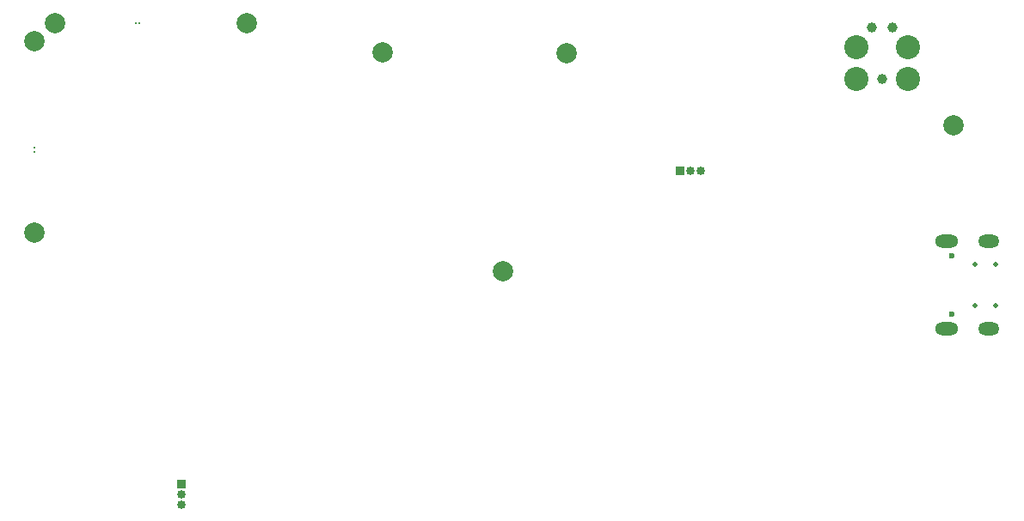
<source format=gbr>
%TF.GenerationSoftware,KiCad,Pcbnew,9.0.5*%
%TF.CreationDate,2025-10-24T01:37:18-04:00*%
%TF.ProjectId,ElectrodeArrayPCB,456c6563-7472-46f6-9465-417272617950,rev?*%
%TF.SameCoordinates,Original*%
%TF.FileFunction,Soldermask,Bot*%
%TF.FilePolarity,Negative*%
%FSLAX46Y46*%
G04 Gerber Fmt 4.6, Leading zero omitted, Abs format (unit mm)*
G04 Created by KiCad (PCBNEW 9.0.5) date 2025-10-24 01:37:18*
%MOMM*%
%LPD*%
G01*
G04 APERTURE LIST*
%ADD10C,0.250000*%
%ADD11C,2.000000*%
%ADD12R,0.850000X0.850000*%
%ADD13C,0.850000*%
%ADD14C,0.990600*%
%ADD15C,2.374900*%
%ADD16O,2.100000X1.300000*%
%ADD17O,2.300000X1.300000*%
%ADD18C,0.500000*%
%ADD19C,0.600000*%
G04 APERTURE END LIST*
D10*
%TO.C,J10*%
X143800000Y-68800000D03*
X144150000Y-68800000D03*
D11*
X135800000Y-68800000D03*
X154700000Y-68800000D03*
%TD*%
D10*
%TO.C,J2*%
X133800000Y-81500000D03*
X133800000Y-81150000D03*
D11*
X133800000Y-89500000D03*
X133800000Y-70600000D03*
%TD*%
%TO.C,TP4*%
X179900000Y-93300000D03*
%TD*%
%TO.C,TP3*%
X224300000Y-78900000D03*
%TD*%
%TO.C,TP2*%
X186200000Y-71800000D03*
%TD*%
%TO.C,TP1*%
X168100000Y-71700000D03*
%TD*%
D12*
%TO.C,JP3*%
X197400000Y-83400000D03*
D13*
X198400000Y-83400000D03*
X199400000Y-83400000D03*
%TD*%
D14*
%TO.C,J5*%
X218281000Y-69295000D03*
X216249000Y-69295000D03*
D15*
X219805000Y-71200000D03*
X214725000Y-71200000D03*
X219805000Y-74375000D03*
D14*
X217265000Y-74375000D03*
D15*
X214725000Y-74375000D03*
%TD*%
D16*
%TO.C,J6*%
X227800000Y-90340000D03*
D17*
X223600000Y-90340000D03*
D18*
X228420000Y-92670000D03*
X226420000Y-92670000D03*
X228420000Y-96670000D03*
X226420000Y-96670000D03*
D16*
X227800000Y-99000000D03*
D17*
X223600000Y-99000000D03*
D19*
X224120000Y-91780000D03*
X224120000Y-97560000D03*
%TD*%
D12*
%TO.C,JP1*%
X148300000Y-114300000D03*
D13*
X148300000Y-115300000D03*
X148300000Y-116300000D03*
%TD*%
M02*

</source>
